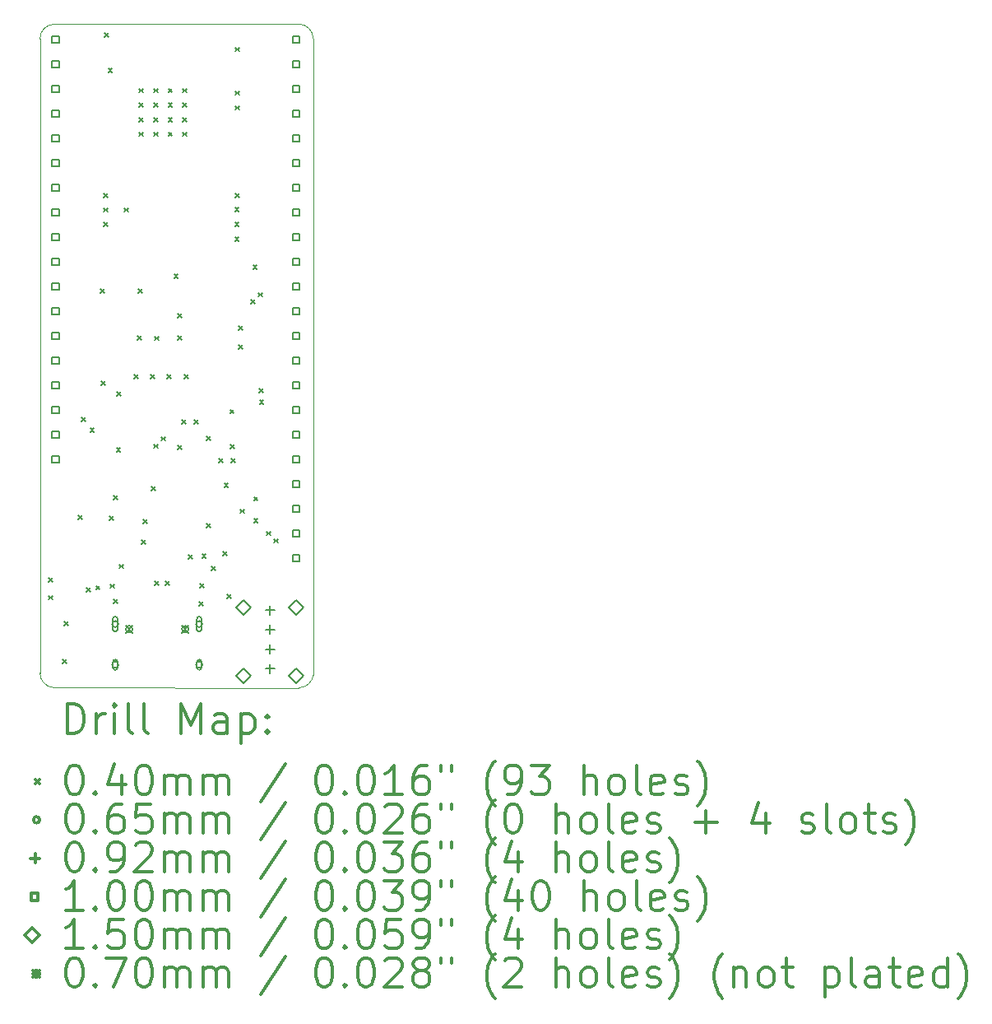
<source format=gbr>
%FSLAX45Y45*%
G04 Gerber Fmt 4.5, Leading zero omitted, Abs format (unit mm)*
G04 Created by KiCad (PCBNEW 5.1.5+dfsg1-2build2) date 2021-10-10 13:02:02*
%MOMM*%
%LPD*%
G04 APERTURE LIST*
%TA.AperFunction,Profile*%
%ADD10C,0.050000*%
%TD*%
%ADD11C,0.200000*%
%ADD12C,0.300000*%
G04 APERTURE END LIST*
D10*
X16582000Y-5792000D02*
X16582104Y-12315978D01*
X16715000Y-12465000D02*
X19246978Y-12467896D01*
X16715000Y-12465000D02*
G75*
G02X16582104Y-12315978I17104J149022D01*
G01*
X19396000Y-5792000D02*
X19396000Y-12335000D01*
X16732000Y-5642000D02*
X19245856Y-5641898D01*
X19396000Y-12335000D02*
G75*
G02X19246978Y-12467896I-149022J17104D01*
G01*
X16582000Y-5792000D02*
G75*
G02X16732000Y-5642000I150000J0D01*
G01*
X19245856Y-5641898D02*
G75*
G02X19396000Y-5792000I0J-150144D01*
G01*
D11*
X16670000Y-11340000D02*
X16710000Y-11380000D01*
X16710000Y-11340000D02*
X16670000Y-11380000D01*
X16670000Y-11520000D02*
X16710000Y-11560000D01*
X16710000Y-11520000D02*
X16670000Y-11560000D01*
X16815000Y-12179000D02*
X16855000Y-12219000D01*
X16855000Y-12179000D02*
X16815000Y-12219000D01*
X16835000Y-11789000D02*
X16875000Y-11829000D01*
X16875000Y-11789000D02*
X16835000Y-11829000D01*
X16976834Y-10695052D02*
X17016834Y-10735052D01*
X17016834Y-10695052D02*
X16976834Y-10735052D01*
X17010000Y-9690000D02*
X17050000Y-9730000D01*
X17050000Y-9690000D02*
X17010000Y-9730000D01*
X17060000Y-11440000D02*
X17100000Y-11480000D01*
X17100000Y-11440000D02*
X17060000Y-11480000D01*
X17100000Y-9800000D02*
X17140000Y-9840000D01*
X17140000Y-9800000D02*
X17100000Y-9840000D01*
X17160000Y-11420000D02*
X17200000Y-11460000D01*
X17200000Y-11420000D02*
X17160000Y-11460000D01*
X17208080Y-8365420D02*
X17248080Y-8405420D01*
X17248080Y-8365420D02*
X17208080Y-8405420D01*
X17215700Y-9317920D02*
X17255700Y-9357920D01*
X17255700Y-9317920D02*
X17215700Y-9357920D01*
X17237798Y-7683938D02*
X17277798Y-7723938D01*
X17277798Y-7683938D02*
X17237798Y-7723938D01*
X17238814Y-7532808D02*
X17278814Y-7572808D01*
X17278814Y-7532808D02*
X17238814Y-7572808D01*
X17239322Y-7386250D02*
X17279322Y-7426250D01*
X17279322Y-7386250D02*
X17239322Y-7426250D01*
X17244910Y-5735250D02*
X17284910Y-5775250D01*
X17284910Y-5735250D02*
X17244910Y-5775250D01*
X17285000Y-6100000D02*
X17325000Y-6140000D01*
X17325000Y-6100000D02*
X17285000Y-6140000D01*
X17296834Y-10705052D02*
X17336834Y-10745052D01*
X17336834Y-10705052D02*
X17296834Y-10745052D01*
X17307500Y-11402500D02*
X17347500Y-11442500D01*
X17347500Y-11402500D02*
X17307500Y-11442500D01*
X17340000Y-10490000D02*
X17380000Y-10530000D01*
X17380000Y-10490000D02*
X17340000Y-10530000D01*
X17342932Y-11559352D02*
X17382932Y-11599352D01*
X17382932Y-11559352D02*
X17342932Y-11599352D01*
X17370000Y-10000000D02*
X17410000Y-10040000D01*
X17410000Y-10000000D02*
X17370000Y-10040000D01*
X17376345Y-9423381D02*
X17416345Y-9463381D01*
X17416345Y-9423381D02*
X17376345Y-9463381D01*
X17400000Y-11200000D02*
X17440000Y-11240000D01*
X17440000Y-11200000D02*
X17400000Y-11240000D01*
X17450039Y-7532554D02*
X17490039Y-7572554D01*
X17490039Y-7532554D02*
X17450039Y-7572554D01*
X17550000Y-9250000D02*
X17590000Y-9290000D01*
X17590000Y-9250000D02*
X17550000Y-9290000D01*
X17589334Y-8850052D02*
X17629334Y-8890052D01*
X17629334Y-8850052D02*
X17589334Y-8890052D01*
X17594160Y-8365420D02*
X17634160Y-8405420D01*
X17634160Y-8365420D02*
X17594160Y-8405420D01*
X17603470Y-6304630D02*
X17643470Y-6344630D01*
X17643470Y-6304630D02*
X17603470Y-6344630D01*
X17603470Y-6454630D02*
X17643470Y-6494630D01*
X17643470Y-6454630D02*
X17603470Y-6494630D01*
X17603470Y-6604630D02*
X17643470Y-6644630D01*
X17643470Y-6604630D02*
X17603470Y-6644630D01*
X17603470Y-6754630D02*
X17643470Y-6794630D01*
X17643470Y-6754630D02*
X17603470Y-6794630D01*
X17630000Y-10950000D02*
X17670000Y-10990000D01*
X17670000Y-10950000D02*
X17630000Y-10990000D01*
X17644938Y-10736138D02*
X17684938Y-10776138D01*
X17684938Y-10736138D02*
X17644938Y-10776138D01*
X17720000Y-9250000D02*
X17760000Y-9290000D01*
X17760000Y-9250000D02*
X17720000Y-9290000D01*
X17730000Y-10400000D02*
X17770000Y-10440000D01*
X17770000Y-10400000D02*
X17730000Y-10440000D01*
X17753470Y-6304630D02*
X17793470Y-6344630D01*
X17793470Y-6304630D02*
X17753470Y-6344630D01*
X17753470Y-6454630D02*
X17793470Y-6494630D01*
X17793470Y-6454630D02*
X17753470Y-6494630D01*
X17753470Y-6604630D02*
X17793470Y-6644630D01*
X17793470Y-6604630D02*
X17753470Y-6644630D01*
X17753470Y-6754630D02*
X17793470Y-6794630D01*
X17793470Y-6754630D02*
X17753470Y-6794630D01*
X17756405Y-9961913D02*
X17796405Y-10001913D01*
X17796405Y-9961913D02*
X17756405Y-10001913D01*
X17761800Y-8854370D02*
X17801800Y-8894370D01*
X17801800Y-8854370D02*
X17761800Y-8894370D01*
X17766898Y-11372572D02*
X17806898Y-11412572D01*
X17806898Y-11372572D02*
X17766898Y-11412572D01*
X17830651Y-9887667D02*
X17870651Y-9927667D01*
X17870651Y-9887667D02*
X17830651Y-9927667D01*
X17871898Y-11372572D02*
X17911898Y-11412572D01*
X17911898Y-11372572D02*
X17871898Y-11412572D01*
X17890000Y-9250000D02*
X17930000Y-9290000D01*
X17930000Y-9250000D02*
X17890000Y-9290000D01*
X17903470Y-6304630D02*
X17943470Y-6344630D01*
X17943470Y-6304630D02*
X17903470Y-6344630D01*
X17903470Y-6454630D02*
X17943470Y-6494630D01*
X17943470Y-6454630D02*
X17903470Y-6494630D01*
X17903470Y-6604630D02*
X17943470Y-6644630D01*
X17943470Y-6604630D02*
X17903470Y-6644630D01*
X17903470Y-6754630D02*
X17943470Y-6794630D01*
X17943470Y-6754630D02*
X17903470Y-6794630D01*
X17962968Y-8215052D02*
X18002968Y-8255052D01*
X18002968Y-8215052D02*
X17962968Y-8255052D01*
X17999250Y-8619290D02*
X18039250Y-8659290D01*
X18039250Y-8619290D02*
X17999250Y-8659290D01*
X17999250Y-8849290D02*
X18039250Y-8889290D01*
X18039250Y-8849290D02*
X17999250Y-8889290D01*
X18004348Y-9975154D02*
X18044348Y-10015154D01*
X18044348Y-9975154D02*
X18004348Y-10015154D01*
X18045500Y-9710000D02*
X18085500Y-9750000D01*
X18085500Y-9710000D02*
X18045500Y-9750000D01*
X18053470Y-6304630D02*
X18093470Y-6344630D01*
X18093470Y-6304630D02*
X18053470Y-6344630D01*
X18053470Y-6454630D02*
X18093470Y-6494630D01*
X18093470Y-6454630D02*
X18053470Y-6494630D01*
X18053470Y-6604630D02*
X18093470Y-6644630D01*
X18093470Y-6604630D02*
X18053470Y-6644630D01*
X18053470Y-6754630D02*
X18093470Y-6794630D01*
X18093470Y-6754630D02*
X18053470Y-6794630D01*
X18070000Y-9250000D02*
X18110000Y-9290000D01*
X18110000Y-9250000D02*
X18070000Y-9290000D01*
X18110000Y-11100000D02*
X18150000Y-11140000D01*
X18150000Y-11100000D02*
X18110000Y-11140000D01*
X18172500Y-9710000D02*
X18212500Y-9750000D01*
X18212500Y-9710000D02*
X18172500Y-9750000D01*
X18224312Y-11586022D02*
X18264312Y-11626022D01*
X18264312Y-11586022D02*
X18224312Y-11626022D01*
X18230000Y-11400000D02*
X18270000Y-11440000D01*
X18270000Y-11400000D02*
X18230000Y-11440000D01*
X18250000Y-11090000D02*
X18290000Y-11130000D01*
X18290000Y-11090000D02*
X18250000Y-11130000D01*
X18295910Y-10780080D02*
X18335910Y-10820080D01*
X18335910Y-10780080D02*
X18295910Y-10820080D01*
X18300000Y-9880000D02*
X18340000Y-9920000D01*
X18340000Y-9880000D02*
X18300000Y-9920000D01*
X18347502Y-11221024D02*
X18387502Y-11261024D01*
X18387502Y-11221024D02*
X18347502Y-11261024D01*
X18423956Y-10111044D02*
X18463956Y-10151044D01*
X18463956Y-10111044D02*
X18423956Y-10151044D01*
X18470000Y-11070000D02*
X18510000Y-11110000D01*
X18510000Y-11070000D02*
X18470000Y-11110000D01*
X18478820Y-10363520D02*
X18518820Y-10403520D01*
X18518820Y-10363520D02*
X18478820Y-10403520D01*
X18509554Y-11505250D02*
X18549554Y-11545250D01*
X18549554Y-11505250D02*
X18509554Y-11545250D01*
X18539780Y-9606600D02*
X18579780Y-9646600D01*
X18579780Y-9606600D02*
X18539780Y-9646600D01*
X18543500Y-9970000D02*
X18583500Y-10010000D01*
X18583500Y-9970000D02*
X18543500Y-10010000D01*
X18552500Y-10110000D02*
X18592500Y-10150000D01*
X18592500Y-10110000D02*
X18552500Y-10150000D01*
X18590348Y-7528744D02*
X18630348Y-7568744D01*
X18630348Y-7528744D02*
X18590348Y-7568744D01*
X18590348Y-7832528D02*
X18630348Y-7872528D01*
X18630348Y-7832528D02*
X18590348Y-7872528D01*
X18590602Y-7682922D02*
X18630602Y-7722922D01*
X18630602Y-7682922D02*
X18590602Y-7722922D01*
X18592126Y-5882062D02*
X18632126Y-5922062D01*
X18632126Y-5882062D02*
X18592126Y-5922062D01*
X18593396Y-7383710D02*
X18633396Y-7423710D01*
X18633396Y-7383710D02*
X18593396Y-7423710D01*
X18595428Y-6482010D02*
X18635428Y-6522010D01*
X18635428Y-6482010D02*
X18595428Y-6522010D01*
X18596444Y-6331134D02*
X18636444Y-6371134D01*
X18636444Y-6331134D02*
X18596444Y-6371134D01*
X18630480Y-8749976D02*
X18670480Y-8789976D01*
X18670480Y-8749976D02*
X18630480Y-8789976D01*
X18630480Y-8944032D02*
X18670480Y-8984032D01*
X18670480Y-8944032D02*
X18630480Y-8984032D01*
X18643920Y-10632760D02*
X18683920Y-10672760D01*
X18683920Y-10632760D02*
X18643920Y-10672760D01*
X18755641Y-8478625D02*
X18795641Y-8518625D01*
X18795641Y-8478625D02*
X18755641Y-8518625D01*
X18775260Y-8122596D02*
X18815260Y-8162596D01*
X18815260Y-8122596D02*
X18775260Y-8162596D01*
X18783620Y-10505760D02*
X18823620Y-10545760D01*
X18823620Y-10505760D02*
X18783620Y-10545760D01*
X18783920Y-10731820D02*
X18823920Y-10771820D01*
X18823920Y-10731820D02*
X18783920Y-10771820D01*
X18829887Y-8404379D02*
X18869887Y-8444379D01*
X18869887Y-8404379D02*
X18829887Y-8444379D01*
X18836960Y-9393240D02*
X18876960Y-9433240D01*
X18876960Y-9393240D02*
X18836960Y-9433240D01*
X18844580Y-9510080D02*
X18884580Y-9550080D01*
X18884580Y-9510080D02*
X18844580Y-9550080D01*
X18918455Y-10861321D02*
X18958455Y-10901321D01*
X18958455Y-10861321D02*
X18918455Y-10901321D01*
X18992701Y-10935567D02*
X19032701Y-10975567D01*
X19032701Y-10935567D02*
X18992701Y-10975567D01*
X17389898Y-11812862D02*
G75*
G03X17389898Y-11812862I-32500J0D01*
G01*
X17334898Y-11757862D02*
X17334898Y-11867862D01*
X17379898Y-11757862D02*
X17379898Y-11867862D01*
X17334898Y-11867862D02*
G75*
G03X17379898Y-11867862I22500J0D01*
G01*
X17379898Y-11757862D02*
G75*
G03X17334898Y-11757862I-22500J0D01*
G01*
X17389898Y-12230862D02*
G75*
G03X17389898Y-12230862I-32500J0D01*
G01*
X17334898Y-12200862D02*
X17334898Y-12260862D01*
X17379898Y-12200862D02*
X17379898Y-12260862D01*
X17334898Y-12260862D02*
G75*
G03X17379898Y-12260862I22500J0D01*
G01*
X17379898Y-12200862D02*
G75*
G03X17334898Y-12200862I-22500J0D01*
G01*
X18253898Y-11812862D02*
G75*
G03X18253898Y-11812862I-32500J0D01*
G01*
X18198898Y-11757862D02*
X18198898Y-11867862D01*
X18243898Y-11757862D02*
X18243898Y-11867862D01*
X18198898Y-11867862D02*
G75*
G03X18243898Y-11867862I22500J0D01*
G01*
X18243898Y-11757862D02*
G75*
G03X18198898Y-11757862I-22500J0D01*
G01*
X18253898Y-12230862D02*
G75*
G03X18253898Y-12230862I-32500J0D01*
G01*
X18198898Y-12200862D02*
X18198898Y-12260862D01*
X18243898Y-12200862D02*
X18243898Y-12260862D01*
X18198898Y-12260862D02*
G75*
G03X18243898Y-12260862I22500J0D01*
G01*
X18243898Y-12200862D02*
G75*
G03X18198898Y-12200862I-22500J0D01*
G01*
X18950000Y-11624000D02*
X18950000Y-11716000D01*
X18904000Y-11670000D02*
X18996000Y-11670000D01*
X18950000Y-11824000D02*
X18950000Y-11916000D01*
X18904000Y-11870000D02*
X18996000Y-11870000D01*
X18950000Y-12024000D02*
X18950000Y-12116000D01*
X18904000Y-12070000D02*
X18996000Y-12070000D01*
X18950000Y-12224000D02*
X18950000Y-12316000D01*
X18904000Y-12270000D02*
X18996000Y-12270000D01*
X16778356Y-5836856D02*
X16778356Y-5766144D01*
X16707644Y-5766144D01*
X16707644Y-5836856D01*
X16778356Y-5836856D01*
X16778356Y-6090856D02*
X16778356Y-6020144D01*
X16707644Y-6020144D01*
X16707644Y-6090856D01*
X16778356Y-6090856D01*
X16778356Y-6344856D02*
X16778356Y-6274144D01*
X16707644Y-6274144D01*
X16707644Y-6344856D01*
X16778356Y-6344856D01*
X16778356Y-6598856D02*
X16778356Y-6528144D01*
X16707644Y-6528144D01*
X16707644Y-6598856D01*
X16778356Y-6598856D01*
X16778356Y-6852856D02*
X16778356Y-6782144D01*
X16707644Y-6782144D01*
X16707644Y-6852856D01*
X16778356Y-6852856D01*
X16778356Y-7106856D02*
X16778356Y-7036144D01*
X16707644Y-7036144D01*
X16707644Y-7106856D01*
X16778356Y-7106856D01*
X16778356Y-7360856D02*
X16778356Y-7290144D01*
X16707644Y-7290144D01*
X16707644Y-7360856D01*
X16778356Y-7360856D01*
X16778356Y-7614856D02*
X16778356Y-7544144D01*
X16707644Y-7544144D01*
X16707644Y-7614856D01*
X16778356Y-7614856D01*
X16778356Y-7868856D02*
X16778356Y-7798144D01*
X16707644Y-7798144D01*
X16707644Y-7868856D01*
X16778356Y-7868856D01*
X16778356Y-8122856D02*
X16778356Y-8052144D01*
X16707644Y-8052144D01*
X16707644Y-8122856D01*
X16778356Y-8122856D01*
X16778356Y-8376856D02*
X16778356Y-8306144D01*
X16707644Y-8306144D01*
X16707644Y-8376856D01*
X16778356Y-8376856D01*
X16778356Y-8630856D02*
X16778356Y-8560144D01*
X16707644Y-8560144D01*
X16707644Y-8630856D01*
X16778356Y-8630856D01*
X16778356Y-8884856D02*
X16778356Y-8814144D01*
X16707644Y-8814144D01*
X16707644Y-8884856D01*
X16778356Y-8884856D01*
X16778356Y-9138856D02*
X16778356Y-9068144D01*
X16707644Y-9068144D01*
X16707644Y-9138856D01*
X16778356Y-9138856D01*
X16778356Y-9392856D02*
X16778356Y-9322144D01*
X16707644Y-9322144D01*
X16707644Y-9392856D01*
X16778356Y-9392856D01*
X16778356Y-9646856D02*
X16778356Y-9576144D01*
X16707644Y-9576144D01*
X16707644Y-9646856D01*
X16778356Y-9646856D01*
X16778356Y-9900856D02*
X16778356Y-9830144D01*
X16707644Y-9830144D01*
X16707644Y-9900856D01*
X16778356Y-9900856D01*
X16778356Y-10154856D02*
X16778356Y-10084144D01*
X16707644Y-10084144D01*
X16707644Y-10154856D01*
X16778356Y-10154856D01*
X19257356Y-5836856D02*
X19257356Y-5766144D01*
X19186644Y-5766144D01*
X19186644Y-5836856D01*
X19257356Y-5836856D01*
X19257356Y-6090856D02*
X19257356Y-6020144D01*
X19186644Y-6020144D01*
X19186644Y-6090856D01*
X19257356Y-6090856D01*
X19257356Y-6344856D02*
X19257356Y-6274144D01*
X19186644Y-6274144D01*
X19186644Y-6344856D01*
X19257356Y-6344856D01*
X19257356Y-6598856D02*
X19257356Y-6528144D01*
X19186644Y-6528144D01*
X19186644Y-6598856D01*
X19257356Y-6598856D01*
X19257356Y-6852856D02*
X19257356Y-6782144D01*
X19186644Y-6782144D01*
X19186644Y-6852856D01*
X19257356Y-6852856D01*
X19257356Y-7106856D02*
X19257356Y-7036144D01*
X19186644Y-7036144D01*
X19186644Y-7106856D01*
X19257356Y-7106856D01*
X19257356Y-7360856D02*
X19257356Y-7290144D01*
X19186644Y-7290144D01*
X19186644Y-7360856D01*
X19257356Y-7360856D01*
X19257356Y-7614856D02*
X19257356Y-7544144D01*
X19186644Y-7544144D01*
X19186644Y-7614856D01*
X19257356Y-7614856D01*
X19257356Y-7868856D02*
X19257356Y-7798144D01*
X19186644Y-7798144D01*
X19186644Y-7868856D01*
X19257356Y-7868856D01*
X19257356Y-8122856D02*
X19257356Y-8052144D01*
X19186644Y-8052144D01*
X19186644Y-8122856D01*
X19257356Y-8122856D01*
X19257356Y-8376856D02*
X19257356Y-8306144D01*
X19186644Y-8306144D01*
X19186644Y-8376856D01*
X19257356Y-8376856D01*
X19257356Y-8630856D02*
X19257356Y-8560144D01*
X19186644Y-8560144D01*
X19186644Y-8630856D01*
X19257356Y-8630856D01*
X19257356Y-8884856D02*
X19257356Y-8814144D01*
X19186644Y-8814144D01*
X19186644Y-8884856D01*
X19257356Y-8884856D01*
X19257356Y-9138856D02*
X19257356Y-9068144D01*
X19186644Y-9068144D01*
X19186644Y-9138856D01*
X19257356Y-9138856D01*
X19257356Y-9392856D02*
X19257356Y-9322144D01*
X19186644Y-9322144D01*
X19186644Y-9392856D01*
X19257356Y-9392856D01*
X19257356Y-9646856D02*
X19257356Y-9576144D01*
X19186644Y-9576144D01*
X19186644Y-9646856D01*
X19257356Y-9646856D01*
X19257356Y-9900856D02*
X19257356Y-9830144D01*
X19186644Y-9830144D01*
X19186644Y-9900856D01*
X19257356Y-9900856D01*
X19257356Y-10154856D02*
X19257356Y-10084144D01*
X19186644Y-10084144D01*
X19186644Y-10154856D01*
X19257356Y-10154856D01*
X19257356Y-10408856D02*
X19257356Y-10338144D01*
X19186644Y-10338144D01*
X19186644Y-10408856D01*
X19257356Y-10408856D01*
X19257356Y-10662856D02*
X19257356Y-10592144D01*
X19186644Y-10592144D01*
X19186644Y-10662856D01*
X19257356Y-10662856D01*
X19257356Y-10916856D02*
X19257356Y-10846144D01*
X19186644Y-10846144D01*
X19186644Y-10916856D01*
X19257356Y-10916856D01*
X19257356Y-11170856D02*
X19257356Y-11100144D01*
X19186644Y-11100144D01*
X19186644Y-11170856D01*
X19257356Y-11170856D01*
X18678000Y-11718000D02*
X18753000Y-11643000D01*
X18678000Y-11568000D01*
X18603000Y-11643000D01*
X18678000Y-11718000D01*
X18678000Y-12418000D02*
X18753000Y-12343000D01*
X18678000Y-12268000D01*
X18603000Y-12343000D01*
X18678000Y-12418000D01*
X19222000Y-11718000D02*
X19297000Y-11643000D01*
X19222000Y-11568000D01*
X19147000Y-11643000D01*
X19222000Y-11718000D01*
X19222000Y-12418000D02*
X19297000Y-12343000D01*
X19222000Y-12268000D01*
X19147000Y-12343000D01*
X19222000Y-12418000D01*
X17465398Y-11830862D02*
X17535398Y-11900862D01*
X17535398Y-11830862D02*
X17465398Y-11900862D01*
X17535398Y-11865862D02*
G75*
G03X17535398Y-11865862I-35000J0D01*
G01*
X18043398Y-11830862D02*
X18113398Y-11900862D01*
X18113398Y-11830862D02*
X18043398Y-11900862D01*
X18113398Y-11865862D02*
G75*
G03X18113398Y-11865862I-35000J0D01*
G01*
D12*
X16865928Y-12936110D02*
X16865928Y-12636110D01*
X16937357Y-12636110D01*
X16980214Y-12650396D01*
X17008786Y-12678967D01*
X17023071Y-12707539D01*
X17037357Y-12764681D01*
X17037357Y-12807539D01*
X17023071Y-12864681D01*
X17008786Y-12893253D01*
X16980214Y-12921824D01*
X16937357Y-12936110D01*
X16865928Y-12936110D01*
X17165928Y-12936110D02*
X17165928Y-12736110D01*
X17165928Y-12793253D02*
X17180214Y-12764681D01*
X17194500Y-12750396D01*
X17223071Y-12736110D01*
X17251643Y-12736110D01*
X17351643Y-12936110D02*
X17351643Y-12736110D01*
X17351643Y-12636110D02*
X17337357Y-12650396D01*
X17351643Y-12664681D01*
X17365928Y-12650396D01*
X17351643Y-12636110D01*
X17351643Y-12664681D01*
X17537357Y-12936110D02*
X17508786Y-12921824D01*
X17494500Y-12893253D01*
X17494500Y-12636110D01*
X17694500Y-12936110D02*
X17665928Y-12921824D01*
X17651643Y-12893253D01*
X17651643Y-12636110D01*
X18037357Y-12936110D02*
X18037357Y-12636110D01*
X18137357Y-12850396D01*
X18237357Y-12636110D01*
X18237357Y-12936110D01*
X18508786Y-12936110D02*
X18508786Y-12778967D01*
X18494500Y-12750396D01*
X18465928Y-12736110D01*
X18408786Y-12736110D01*
X18380214Y-12750396D01*
X18508786Y-12921824D02*
X18480214Y-12936110D01*
X18408786Y-12936110D01*
X18380214Y-12921824D01*
X18365928Y-12893253D01*
X18365928Y-12864681D01*
X18380214Y-12836110D01*
X18408786Y-12821824D01*
X18480214Y-12821824D01*
X18508786Y-12807539D01*
X18651643Y-12736110D02*
X18651643Y-13036110D01*
X18651643Y-12750396D02*
X18680214Y-12736110D01*
X18737357Y-12736110D01*
X18765928Y-12750396D01*
X18780214Y-12764681D01*
X18794500Y-12793253D01*
X18794500Y-12878967D01*
X18780214Y-12907539D01*
X18765928Y-12921824D01*
X18737357Y-12936110D01*
X18680214Y-12936110D01*
X18651643Y-12921824D01*
X18923071Y-12907539D02*
X18937357Y-12921824D01*
X18923071Y-12936110D01*
X18908786Y-12921824D01*
X18923071Y-12907539D01*
X18923071Y-12936110D01*
X18923071Y-12750396D02*
X18937357Y-12764681D01*
X18923071Y-12778967D01*
X18908786Y-12764681D01*
X18923071Y-12750396D01*
X18923071Y-12778967D01*
X16539500Y-13410396D02*
X16579500Y-13450396D01*
X16579500Y-13410396D02*
X16539500Y-13450396D01*
X16923071Y-13266110D02*
X16951643Y-13266110D01*
X16980214Y-13280396D01*
X16994500Y-13294681D01*
X17008786Y-13323253D01*
X17023071Y-13380396D01*
X17023071Y-13451824D01*
X17008786Y-13508967D01*
X16994500Y-13537539D01*
X16980214Y-13551824D01*
X16951643Y-13566110D01*
X16923071Y-13566110D01*
X16894500Y-13551824D01*
X16880214Y-13537539D01*
X16865928Y-13508967D01*
X16851643Y-13451824D01*
X16851643Y-13380396D01*
X16865928Y-13323253D01*
X16880214Y-13294681D01*
X16894500Y-13280396D01*
X16923071Y-13266110D01*
X17151643Y-13537539D02*
X17165928Y-13551824D01*
X17151643Y-13566110D01*
X17137357Y-13551824D01*
X17151643Y-13537539D01*
X17151643Y-13566110D01*
X17423071Y-13366110D02*
X17423071Y-13566110D01*
X17351643Y-13251824D02*
X17280214Y-13466110D01*
X17465928Y-13466110D01*
X17637357Y-13266110D02*
X17665928Y-13266110D01*
X17694500Y-13280396D01*
X17708786Y-13294681D01*
X17723071Y-13323253D01*
X17737357Y-13380396D01*
X17737357Y-13451824D01*
X17723071Y-13508967D01*
X17708786Y-13537539D01*
X17694500Y-13551824D01*
X17665928Y-13566110D01*
X17637357Y-13566110D01*
X17608786Y-13551824D01*
X17594500Y-13537539D01*
X17580214Y-13508967D01*
X17565928Y-13451824D01*
X17565928Y-13380396D01*
X17580214Y-13323253D01*
X17594500Y-13294681D01*
X17608786Y-13280396D01*
X17637357Y-13266110D01*
X17865928Y-13566110D02*
X17865928Y-13366110D01*
X17865928Y-13394681D02*
X17880214Y-13380396D01*
X17908786Y-13366110D01*
X17951643Y-13366110D01*
X17980214Y-13380396D01*
X17994500Y-13408967D01*
X17994500Y-13566110D01*
X17994500Y-13408967D02*
X18008786Y-13380396D01*
X18037357Y-13366110D01*
X18080214Y-13366110D01*
X18108786Y-13380396D01*
X18123071Y-13408967D01*
X18123071Y-13566110D01*
X18265928Y-13566110D02*
X18265928Y-13366110D01*
X18265928Y-13394681D02*
X18280214Y-13380396D01*
X18308786Y-13366110D01*
X18351643Y-13366110D01*
X18380214Y-13380396D01*
X18394500Y-13408967D01*
X18394500Y-13566110D01*
X18394500Y-13408967D02*
X18408786Y-13380396D01*
X18437357Y-13366110D01*
X18480214Y-13366110D01*
X18508786Y-13380396D01*
X18523071Y-13408967D01*
X18523071Y-13566110D01*
X19108786Y-13251824D02*
X18851643Y-13637539D01*
X19494500Y-13266110D02*
X19523071Y-13266110D01*
X19551643Y-13280396D01*
X19565928Y-13294681D01*
X19580214Y-13323253D01*
X19594500Y-13380396D01*
X19594500Y-13451824D01*
X19580214Y-13508967D01*
X19565928Y-13537539D01*
X19551643Y-13551824D01*
X19523071Y-13566110D01*
X19494500Y-13566110D01*
X19465928Y-13551824D01*
X19451643Y-13537539D01*
X19437357Y-13508967D01*
X19423071Y-13451824D01*
X19423071Y-13380396D01*
X19437357Y-13323253D01*
X19451643Y-13294681D01*
X19465928Y-13280396D01*
X19494500Y-13266110D01*
X19723071Y-13537539D02*
X19737357Y-13551824D01*
X19723071Y-13566110D01*
X19708786Y-13551824D01*
X19723071Y-13537539D01*
X19723071Y-13566110D01*
X19923071Y-13266110D02*
X19951643Y-13266110D01*
X19980214Y-13280396D01*
X19994500Y-13294681D01*
X20008786Y-13323253D01*
X20023071Y-13380396D01*
X20023071Y-13451824D01*
X20008786Y-13508967D01*
X19994500Y-13537539D01*
X19980214Y-13551824D01*
X19951643Y-13566110D01*
X19923071Y-13566110D01*
X19894500Y-13551824D01*
X19880214Y-13537539D01*
X19865928Y-13508967D01*
X19851643Y-13451824D01*
X19851643Y-13380396D01*
X19865928Y-13323253D01*
X19880214Y-13294681D01*
X19894500Y-13280396D01*
X19923071Y-13266110D01*
X20308786Y-13566110D02*
X20137357Y-13566110D01*
X20223071Y-13566110D02*
X20223071Y-13266110D01*
X20194500Y-13308967D01*
X20165928Y-13337539D01*
X20137357Y-13351824D01*
X20565928Y-13266110D02*
X20508786Y-13266110D01*
X20480214Y-13280396D01*
X20465928Y-13294681D01*
X20437357Y-13337539D01*
X20423071Y-13394681D01*
X20423071Y-13508967D01*
X20437357Y-13537539D01*
X20451643Y-13551824D01*
X20480214Y-13566110D01*
X20537357Y-13566110D01*
X20565928Y-13551824D01*
X20580214Y-13537539D01*
X20594500Y-13508967D01*
X20594500Y-13437539D01*
X20580214Y-13408967D01*
X20565928Y-13394681D01*
X20537357Y-13380396D01*
X20480214Y-13380396D01*
X20451643Y-13394681D01*
X20437357Y-13408967D01*
X20423071Y-13437539D01*
X20708786Y-13266110D02*
X20708786Y-13323253D01*
X20823071Y-13266110D02*
X20823071Y-13323253D01*
X21265928Y-13680396D02*
X21251643Y-13666110D01*
X21223071Y-13623253D01*
X21208786Y-13594681D01*
X21194500Y-13551824D01*
X21180214Y-13480396D01*
X21180214Y-13423253D01*
X21194500Y-13351824D01*
X21208786Y-13308967D01*
X21223071Y-13280396D01*
X21251643Y-13237539D01*
X21265928Y-13223253D01*
X21394500Y-13566110D02*
X21451643Y-13566110D01*
X21480214Y-13551824D01*
X21494500Y-13537539D01*
X21523071Y-13494681D01*
X21537357Y-13437539D01*
X21537357Y-13323253D01*
X21523071Y-13294681D01*
X21508786Y-13280396D01*
X21480214Y-13266110D01*
X21423071Y-13266110D01*
X21394500Y-13280396D01*
X21380214Y-13294681D01*
X21365928Y-13323253D01*
X21365928Y-13394681D01*
X21380214Y-13423253D01*
X21394500Y-13437539D01*
X21423071Y-13451824D01*
X21480214Y-13451824D01*
X21508786Y-13437539D01*
X21523071Y-13423253D01*
X21537357Y-13394681D01*
X21637357Y-13266110D02*
X21823071Y-13266110D01*
X21723071Y-13380396D01*
X21765928Y-13380396D01*
X21794500Y-13394681D01*
X21808786Y-13408967D01*
X21823071Y-13437539D01*
X21823071Y-13508967D01*
X21808786Y-13537539D01*
X21794500Y-13551824D01*
X21765928Y-13566110D01*
X21680214Y-13566110D01*
X21651643Y-13551824D01*
X21637357Y-13537539D01*
X22180214Y-13566110D02*
X22180214Y-13266110D01*
X22308786Y-13566110D02*
X22308786Y-13408967D01*
X22294500Y-13380396D01*
X22265928Y-13366110D01*
X22223071Y-13366110D01*
X22194500Y-13380396D01*
X22180214Y-13394681D01*
X22494500Y-13566110D02*
X22465928Y-13551824D01*
X22451643Y-13537539D01*
X22437357Y-13508967D01*
X22437357Y-13423253D01*
X22451643Y-13394681D01*
X22465928Y-13380396D01*
X22494500Y-13366110D01*
X22537357Y-13366110D01*
X22565928Y-13380396D01*
X22580214Y-13394681D01*
X22594500Y-13423253D01*
X22594500Y-13508967D01*
X22580214Y-13537539D01*
X22565928Y-13551824D01*
X22537357Y-13566110D01*
X22494500Y-13566110D01*
X22765928Y-13566110D02*
X22737357Y-13551824D01*
X22723071Y-13523253D01*
X22723071Y-13266110D01*
X22994500Y-13551824D02*
X22965928Y-13566110D01*
X22908786Y-13566110D01*
X22880214Y-13551824D01*
X22865928Y-13523253D01*
X22865928Y-13408967D01*
X22880214Y-13380396D01*
X22908786Y-13366110D01*
X22965928Y-13366110D01*
X22994500Y-13380396D01*
X23008786Y-13408967D01*
X23008786Y-13437539D01*
X22865928Y-13466110D01*
X23123071Y-13551824D02*
X23151643Y-13566110D01*
X23208786Y-13566110D01*
X23237357Y-13551824D01*
X23251643Y-13523253D01*
X23251643Y-13508967D01*
X23237357Y-13480396D01*
X23208786Y-13466110D01*
X23165928Y-13466110D01*
X23137357Y-13451824D01*
X23123071Y-13423253D01*
X23123071Y-13408967D01*
X23137357Y-13380396D01*
X23165928Y-13366110D01*
X23208786Y-13366110D01*
X23237357Y-13380396D01*
X23351643Y-13680396D02*
X23365928Y-13666110D01*
X23394500Y-13623253D01*
X23408786Y-13594681D01*
X23423071Y-13551824D01*
X23437357Y-13480396D01*
X23437357Y-13423253D01*
X23423071Y-13351824D01*
X23408786Y-13308967D01*
X23394500Y-13280396D01*
X23365928Y-13237539D01*
X23351643Y-13223253D01*
X16579500Y-13826396D02*
G75*
G03X16579500Y-13826396I-32500J0D01*
G01*
X16923071Y-13662110D02*
X16951643Y-13662110D01*
X16980214Y-13676396D01*
X16994500Y-13690681D01*
X17008786Y-13719253D01*
X17023071Y-13776396D01*
X17023071Y-13847824D01*
X17008786Y-13904967D01*
X16994500Y-13933539D01*
X16980214Y-13947824D01*
X16951643Y-13962110D01*
X16923071Y-13962110D01*
X16894500Y-13947824D01*
X16880214Y-13933539D01*
X16865928Y-13904967D01*
X16851643Y-13847824D01*
X16851643Y-13776396D01*
X16865928Y-13719253D01*
X16880214Y-13690681D01*
X16894500Y-13676396D01*
X16923071Y-13662110D01*
X17151643Y-13933539D02*
X17165928Y-13947824D01*
X17151643Y-13962110D01*
X17137357Y-13947824D01*
X17151643Y-13933539D01*
X17151643Y-13962110D01*
X17423071Y-13662110D02*
X17365928Y-13662110D01*
X17337357Y-13676396D01*
X17323071Y-13690681D01*
X17294500Y-13733539D01*
X17280214Y-13790681D01*
X17280214Y-13904967D01*
X17294500Y-13933539D01*
X17308786Y-13947824D01*
X17337357Y-13962110D01*
X17394500Y-13962110D01*
X17423071Y-13947824D01*
X17437357Y-13933539D01*
X17451643Y-13904967D01*
X17451643Y-13833539D01*
X17437357Y-13804967D01*
X17423071Y-13790681D01*
X17394500Y-13776396D01*
X17337357Y-13776396D01*
X17308786Y-13790681D01*
X17294500Y-13804967D01*
X17280214Y-13833539D01*
X17723071Y-13662110D02*
X17580214Y-13662110D01*
X17565928Y-13804967D01*
X17580214Y-13790681D01*
X17608786Y-13776396D01*
X17680214Y-13776396D01*
X17708786Y-13790681D01*
X17723071Y-13804967D01*
X17737357Y-13833539D01*
X17737357Y-13904967D01*
X17723071Y-13933539D01*
X17708786Y-13947824D01*
X17680214Y-13962110D01*
X17608786Y-13962110D01*
X17580214Y-13947824D01*
X17565928Y-13933539D01*
X17865928Y-13962110D02*
X17865928Y-13762110D01*
X17865928Y-13790681D02*
X17880214Y-13776396D01*
X17908786Y-13762110D01*
X17951643Y-13762110D01*
X17980214Y-13776396D01*
X17994500Y-13804967D01*
X17994500Y-13962110D01*
X17994500Y-13804967D02*
X18008786Y-13776396D01*
X18037357Y-13762110D01*
X18080214Y-13762110D01*
X18108786Y-13776396D01*
X18123071Y-13804967D01*
X18123071Y-13962110D01*
X18265928Y-13962110D02*
X18265928Y-13762110D01*
X18265928Y-13790681D02*
X18280214Y-13776396D01*
X18308786Y-13762110D01*
X18351643Y-13762110D01*
X18380214Y-13776396D01*
X18394500Y-13804967D01*
X18394500Y-13962110D01*
X18394500Y-13804967D02*
X18408786Y-13776396D01*
X18437357Y-13762110D01*
X18480214Y-13762110D01*
X18508786Y-13776396D01*
X18523071Y-13804967D01*
X18523071Y-13962110D01*
X19108786Y-13647824D02*
X18851643Y-14033539D01*
X19494500Y-13662110D02*
X19523071Y-13662110D01*
X19551643Y-13676396D01*
X19565928Y-13690681D01*
X19580214Y-13719253D01*
X19594500Y-13776396D01*
X19594500Y-13847824D01*
X19580214Y-13904967D01*
X19565928Y-13933539D01*
X19551643Y-13947824D01*
X19523071Y-13962110D01*
X19494500Y-13962110D01*
X19465928Y-13947824D01*
X19451643Y-13933539D01*
X19437357Y-13904967D01*
X19423071Y-13847824D01*
X19423071Y-13776396D01*
X19437357Y-13719253D01*
X19451643Y-13690681D01*
X19465928Y-13676396D01*
X19494500Y-13662110D01*
X19723071Y-13933539D02*
X19737357Y-13947824D01*
X19723071Y-13962110D01*
X19708786Y-13947824D01*
X19723071Y-13933539D01*
X19723071Y-13962110D01*
X19923071Y-13662110D02*
X19951643Y-13662110D01*
X19980214Y-13676396D01*
X19994500Y-13690681D01*
X20008786Y-13719253D01*
X20023071Y-13776396D01*
X20023071Y-13847824D01*
X20008786Y-13904967D01*
X19994500Y-13933539D01*
X19980214Y-13947824D01*
X19951643Y-13962110D01*
X19923071Y-13962110D01*
X19894500Y-13947824D01*
X19880214Y-13933539D01*
X19865928Y-13904967D01*
X19851643Y-13847824D01*
X19851643Y-13776396D01*
X19865928Y-13719253D01*
X19880214Y-13690681D01*
X19894500Y-13676396D01*
X19923071Y-13662110D01*
X20137357Y-13690681D02*
X20151643Y-13676396D01*
X20180214Y-13662110D01*
X20251643Y-13662110D01*
X20280214Y-13676396D01*
X20294500Y-13690681D01*
X20308786Y-13719253D01*
X20308786Y-13747824D01*
X20294500Y-13790681D01*
X20123071Y-13962110D01*
X20308786Y-13962110D01*
X20565928Y-13662110D02*
X20508786Y-13662110D01*
X20480214Y-13676396D01*
X20465928Y-13690681D01*
X20437357Y-13733539D01*
X20423071Y-13790681D01*
X20423071Y-13904967D01*
X20437357Y-13933539D01*
X20451643Y-13947824D01*
X20480214Y-13962110D01*
X20537357Y-13962110D01*
X20565928Y-13947824D01*
X20580214Y-13933539D01*
X20594500Y-13904967D01*
X20594500Y-13833539D01*
X20580214Y-13804967D01*
X20565928Y-13790681D01*
X20537357Y-13776396D01*
X20480214Y-13776396D01*
X20451643Y-13790681D01*
X20437357Y-13804967D01*
X20423071Y-13833539D01*
X20708786Y-13662110D02*
X20708786Y-13719253D01*
X20823071Y-13662110D02*
X20823071Y-13719253D01*
X21265928Y-14076396D02*
X21251643Y-14062110D01*
X21223071Y-14019253D01*
X21208786Y-13990681D01*
X21194500Y-13947824D01*
X21180214Y-13876396D01*
X21180214Y-13819253D01*
X21194500Y-13747824D01*
X21208786Y-13704967D01*
X21223071Y-13676396D01*
X21251643Y-13633539D01*
X21265928Y-13619253D01*
X21437357Y-13662110D02*
X21465928Y-13662110D01*
X21494500Y-13676396D01*
X21508786Y-13690681D01*
X21523071Y-13719253D01*
X21537357Y-13776396D01*
X21537357Y-13847824D01*
X21523071Y-13904967D01*
X21508786Y-13933539D01*
X21494500Y-13947824D01*
X21465928Y-13962110D01*
X21437357Y-13962110D01*
X21408786Y-13947824D01*
X21394500Y-13933539D01*
X21380214Y-13904967D01*
X21365928Y-13847824D01*
X21365928Y-13776396D01*
X21380214Y-13719253D01*
X21394500Y-13690681D01*
X21408786Y-13676396D01*
X21437357Y-13662110D01*
X21894500Y-13962110D02*
X21894500Y-13662110D01*
X22023071Y-13962110D02*
X22023071Y-13804967D01*
X22008786Y-13776396D01*
X21980214Y-13762110D01*
X21937357Y-13762110D01*
X21908786Y-13776396D01*
X21894500Y-13790681D01*
X22208786Y-13962110D02*
X22180214Y-13947824D01*
X22165928Y-13933539D01*
X22151643Y-13904967D01*
X22151643Y-13819253D01*
X22165928Y-13790681D01*
X22180214Y-13776396D01*
X22208786Y-13762110D01*
X22251643Y-13762110D01*
X22280214Y-13776396D01*
X22294500Y-13790681D01*
X22308786Y-13819253D01*
X22308786Y-13904967D01*
X22294500Y-13933539D01*
X22280214Y-13947824D01*
X22251643Y-13962110D01*
X22208786Y-13962110D01*
X22480214Y-13962110D02*
X22451643Y-13947824D01*
X22437357Y-13919253D01*
X22437357Y-13662110D01*
X22708786Y-13947824D02*
X22680214Y-13962110D01*
X22623071Y-13962110D01*
X22594500Y-13947824D01*
X22580214Y-13919253D01*
X22580214Y-13804967D01*
X22594500Y-13776396D01*
X22623071Y-13762110D01*
X22680214Y-13762110D01*
X22708786Y-13776396D01*
X22723071Y-13804967D01*
X22723071Y-13833539D01*
X22580214Y-13862110D01*
X22837357Y-13947824D02*
X22865928Y-13962110D01*
X22923071Y-13962110D01*
X22951643Y-13947824D01*
X22965928Y-13919253D01*
X22965928Y-13904967D01*
X22951643Y-13876396D01*
X22923071Y-13862110D01*
X22880214Y-13862110D01*
X22851643Y-13847824D01*
X22837357Y-13819253D01*
X22837357Y-13804967D01*
X22851643Y-13776396D01*
X22880214Y-13762110D01*
X22923071Y-13762110D01*
X22951643Y-13776396D01*
X23323071Y-13847824D02*
X23551643Y-13847824D01*
X23437357Y-13962110D02*
X23437357Y-13733539D01*
X24051643Y-13762110D02*
X24051643Y-13962110D01*
X23980214Y-13647824D02*
X23908786Y-13862110D01*
X24094500Y-13862110D01*
X24423071Y-13947824D02*
X24451643Y-13962110D01*
X24508786Y-13962110D01*
X24537357Y-13947824D01*
X24551643Y-13919253D01*
X24551643Y-13904967D01*
X24537357Y-13876396D01*
X24508786Y-13862110D01*
X24465928Y-13862110D01*
X24437357Y-13847824D01*
X24423071Y-13819253D01*
X24423071Y-13804967D01*
X24437357Y-13776396D01*
X24465928Y-13762110D01*
X24508786Y-13762110D01*
X24537357Y-13776396D01*
X24723071Y-13962110D02*
X24694500Y-13947824D01*
X24680214Y-13919253D01*
X24680214Y-13662110D01*
X24880214Y-13962110D02*
X24851643Y-13947824D01*
X24837357Y-13933539D01*
X24823071Y-13904967D01*
X24823071Y-13819253D01*
X24837357Y-13790681D01*
X24851643Y-13776396D01*
X24880214Y-13762110D01*
X24923071Y-13762110D01*
X24951643Y-13776396D01*
X24965928Y-13790681D01*
X24980214Y-13819253D01*
X24980214Y-13904967D01*
X24965928Y-13933539D01*
X24951643Y-13947824D01*
X24923071Y-13962110D01*
X24880214Y-13962110D01*
X25065928Y-13762110D02*
X25180214Y-13762110D01*
X25108786Y-13662110D02*
X25108786Y-13919253D01*
X25123071Y-13947824D01*
X25151643Y-13962110D01*
X25180214Y-13962110D01*
X25265928Y-13947824D02*
X25294500Y-13962110D01*
X25351643Y-13962110D01*
X25380214Y-13947824D01*
X25394500Y-13919253D01*
X25394500Y-13904967D01*
X25380214Y-13876396D01*
X25351643Y-13862110D01*
X25308786Y-13862110D01*
X25280214Y-13847824D01*
X25265928Y-13819253D01*
X25265928Y-13804967D01*
X25280214Y-13776396D01*
X25308786Y-13762110D01*
X25351643Y-13762110D01*
X25380214Y-13776396D01*
X25494500Y-14076396D02*
X25508786Y-14062110D01*
X25537357Y-14019253D01*
X25551643Y-13990681D01*
X25565928Y-13947824D01*
X25580214Y-13876396D01*
X25580214Y-13819253D01*
X25565928Y-13747824D01*
X25551643Y-13704967D01*
X25537357Y-13676396D01*
X25508786Y-13633539D01*
X25494500Y-13619253D01*
X16533500Y-14176396D02*
X16533500Y-14268396D01*
X16487500Y-14222396D02*
X16579500Y-14222396D01*
X16923071Y-14058110D02*
X16951643Y-14058110D01*
X16980214Y-14072396D01*
X16994500Y-14086681D01*
X17008786Y-14115253D01*
X17023071Y-14172396D01*
X17023071Y-14243824D01*
X17008786Y-14300967D01*
X16994500Y-14329539D01*
X16980214Y-14343824D01*
X16951643Y-14358110D01*
X16923071Y-14358110D01*
X16894500Y-14343824D01*
X16880214Y-14329539D01*
X16865928Y-14300967D01*
X16851643Y-14243824D01*
X16851643Y-14172396D01*
X16865928Y-14115253D01*
X16880214Y-14086681D01*
X16894500Y-14072396D01*
X16923071Y-14058110D01*
X17151643Y-14329539D02*
X17165928Y-14343824D01*
X17151643Y-14358110D01*
X17137357Y-14343824D01*
X17151643Y-14329539D01*
X17151643Y-14358110D01*
X17308786Y-14358110D02*
X17365928Y-14358110D01*
X17394500Y-14343824D01*
X17408786Y-14329539D01*
X17437357Y-14286681D01*
X17451643Y-14229539D01*
X17451643Y-14115253D01*
X17437357Y-14086681D01*
X17423071Y-14072396D01*
X17394500Y-14058110D01*
X17337357Y-14058110D01*
X17308786Y-14072396D01*
X17294500Y-14086681D01*
X17280214Y-14115253D01*
X17280214Y-14186681D01*
X17294500Y-14215253D01*
X17308786Y-14229539D01*
X17337357Y-14243824D01*
X17394500Y-14243824D01*
X17423071Y-14229539D01*
X17437357Y-14215253D01*
X17451643Y-14186681D01*
X17565928Y-14086681D02*
X17580214Y-14072396D01*
X17608786Y-14058110D01*
X17680214Y-14058110D01*
X17708786Y-14072396D01*
X17723071Y-14086681D01*
X17737357Y-14115253D01*
X17737357Y-14143824D01*
X17723071Y-14186681D01*
X17551643Y-14358110D01*
X17737357Y-14358110D01*
X17865928Y-14358110D02*
X17865928Y-14158110D01*
X17865928Y-14186681D02*
X17880214Y-14172396D01*
X17908786Y-14158110D01*
X17951643Y-14158110D01*
X17980214Y-14172396D01*
X17994500Y-14200967D01*
X17994500Y-14358110D01*
X17994500Y-14200967D02*
X18008786Y-14172396D01*
X18037357Y-14158110D01*
X18080214Y-14158110D01*
X18108786Y-14172396D01*
X18123071Y-14200967D01*
X18123071Y-14358110D01*
X18265928Y-14358110D02*
X18265928Y-14158110D01*
X18265928Y-14186681D02*
X18280214Y-14172396D01*
X18308786Y-14158110D01*
X18351643Y-14158110D01*
X18380214Y-14172396D01*
X18394500Y-14200967D01*
X18394500Y-14358110D01*
X18394500Y-14200967D02*
X18408786Y-14172396D01*
X18437357Y-14158110D01*
X18480214Y-14158110D01*
X18508786Y-14172396D01*
X18523071Y-14200967D01*
X18523071Y-14358110D01*
X19108786Y-14043824D02*
X18851643Y-14429539D01*
X19494500Y-14058110D02*
X19523071Y-14058110D01*
X19551643Y-14072396D01*
X19565928Y-14086681D01*
X19580214Y-14115253D01*
X19594500Y-14172396D01*
X19594500Y-14243824D01*
X19580214Y-14300967D01*
X19565928Y-14329539D01*
X19551643Y-14343824D01*
X19523071Y-14358110D01*
X19494500Y-14358110D01*
X19465928Y-14343824D01*
X19451643Y-14329539D01*
X19437357Y-14300967D01*
X19423071Y-14243824D01*
X19423071Y-14172396D01*
X19437357Y-14115253D01*
X19451643Y-14086681D01*
X19465928Y-14072396D01*
X19494500Y-14058110D01*
X19723071Y-14329539D02*
X19737357Y-14343824D01*
X19723071Y-14358110D01*
X19708786Y-14343824D01*
X19723071Y-14329539D01*
X19723071Y-14358110D01*
X19923071Y-14058110D02*
X19951643Y-14058110D01*
X19980214Y-14072396D01*
X19994500Y-14086681D01*
X20008786Y-14115253D01*
X20023071Y-14172396D01*
X20023071Y-14243824D01*
X20008786Y-14300967D01*
X19994500Y-14329539D01*
X19980214Y-14343824D01*
X19951643Y-14358110D01*
X19923071Y-14358110D01*
X19894500Y-14343824D01*
X19880214Y-14329539D01*
X19865928Y-14300967D01*
X19851643Y-14243824D01*
X19851643Y-14172396D01*
X19865928Y-14115253D01*
X19880214Y-14086681D01*
X19894500Y-14072396D01*
X19923071Y-14058110D01*
X20123071Y-14058110D02*
X20308786Y-14058110D01*
X20208786Y-14172396D01*
X20251643Y-14172396D01*
X20280214Y-14186681D01*
X20294500Y-14200967D01*
X20308786Y-14229539D01*
X20308786Y-14300967D01*
X20294500Y-14329539D01*
X20280214Y-14343824D01*
X20251643Y-14358110D01*
X20165928Y-14358110D01*
X20137357Y-14343824D01*
X20123071Y-14329539D01*
X20565928Y-14058110D02*
X20508786Y-14058110D01*
X20480214Y-14072396D01*
X20465928Y-14086681D01*
X20437357Y-14129539D01*
X20423071Y-14186681D01*
X20423071Y-14300967D01*
X20437357Y-14329539D01*
X20451643Y-14343824D01*
X20480214Y-14358110D01*
X20537357Y-14358110D01*
X20565928Y-14343824D01*
X20580214Y-14329539D01*
X20594500Y-14300967D01*
X20594500Y-14229539D01*
X20580214Y-14200967D01*
X20565928Y-14186681D01*
X20537357Y-14172396D01*
X20480214Y-14172396D01*
X20451643Y-14186681D01*
X20437357Y-14200967D01*
X20423071Y-14229539D01*
X20708786Y-14058110D02*
X20708786Y-14115253D01*
X20823071Y-14058110D02*
X20823071Y-14115253D01*
X21265928Y-14472396D02*
X21251643Y-14458110D01*
X21223071Y-14415253D01*
X21208786Y-14386681D01*
X21194500Y-14343824D01*
X21180214Y-14272396D01*
X21180214Y-14215253D01*
X21194500Y-14143824D01*
X21208786Y-14100967D01*
X21223071Y-14072396D01*
X21251643Y-14029539D01*
X21265928Y-14015253D01*
X21508786Y-14158110D02*
X21508786Y-14358110D01*
X21437357Y-14043824D02*
X21365928Y-14258110D01*
X21551643Y-14258110D01*
X21894500Y-14358110D02*
X21894500Y-14058110D01*
X22023071Y-14358110D02*
X22023071Y-14200967D01*
X22008786Y-14172396D01*
X21980214Y-14158110D01*
X21937357Y-14158110D01*
X21908786Y-14172396D01*
X21894500Y-14186681D01*
X22208786Y-14358110D02*
X22180214Y-14343824D01*
X22165928Y-14329539D01*
X22151643Y-14300967D01*
X22151643Y-14215253D01*
X22165928Y-14186681D01*
X22180214Y-14172396D01*
X22208786Y-14158110D01*
X22251643Y-14158110D01*
X22280214Y-14172396D01*
X22294500Y-14186681D01*
X22308786Y-14215253D01*
X22308786Y-14300967D01*
X22294500Y-14329539D01*
X22280214Y-14343824D01*
X22251643Y-14358110D01*
X22208786Y-14358110D01*
X22480214Y-14358110D02*
X22451643Y-14343824D01*
X22437357Y-14315253D01*
X22437357Y-14058110D01*
X22708786Y-14343824D02*
X22680214Y-14358110D01*
X22623071Y-14358110D01*
X22594500Y-14343824D01*
X22580214Y-14315253D01*
X22580214Y-14200967D01*
X22594500Y-14172396D01*
X22623071Y-14158110D01*
X22680214Y-14158110D01*
X22708786Y-14172396D01*
X22723071Y-14200967D01*
X22723071Y-14229539D01*
X22580214Y-14258110D01*
X22837357Y-14343824D02*
X22865928Y-14358110D01*
X22923071Y-14358110D01*
X22951643Y-14343824D01*
X22965928Y-14315253D01*
X22965928Y-14300967D01*
X22951643Y-14272396D01*
X22923071Y-14258110D01*
X22880214Y-14258110D01*
X22851643Y-14243824D01*
X22837357Y-14215253D01*
X22837357Y-14200967D01*
X22851643Y-14172396D01*
X22880214Y-14158110D01*
X22923071Y-14158110D01*
X22951643Y-14172396D01*
X23065928Y-14472396D02*
X23080214Y-14458110D01*
X23108786Y-14415253D01*
X23123071Y-14386681D01*
X23137357Y-14343824D01*
X23151643Y-14272396D01*
X23151643Y-14215253D01*
X23137357Y-14143824D01*
X23123071Y-14100967D01*
X23108786Y-14072396D01*
X23080214Y-14029539D01*
X23065928Y-14015253D01*
X16564856Y-14653751D02*
X16564856Y-14583040D01*
X16494144Y-14583040D01*
X16494144Y-14653751D01*
X16564856Y-14653751D01*
X17023071Y-14754110D02*
X16851643Y-14754110D01*
X16937357Y-14754110D02*
X16937357Y-14454110D01*
X16908786Y-14496967D01*
X16880214Y-14525539D01*
X16851643Y-14539824D01*
X17151643Y-14725539D02*
X17165928Y-14739824D01*
X17151643Y-14754110D01*
X17137357Y-14739824D01*
X17151643Y-14725539D01*
X17151643Y-14754110D01*
X17351643Y-14454110D02*
X17380214Y-14454110D01*
X17408786Y-14468396D01*
X17423071Y-14482681D01*
X17437357Y-14511253D01*
X17451643Y-14568396D01*
X17451643Y-14639824D01*
X17437357Y-14696967D01*
X17423071Y-14725539D01*
X17408786Y-14739824D01*
X17380214Y-14754110D01*
X17351643Y-14754110D01*
X17323071Y-14739824D01*
X17308786Y-14725539D01*
X17294500Y-14696967D01*
X17280214Y-14639824D01*
X17280214Y-14568396D01*
X17294500Y-14511253D01*
X17308786Y-14482681D01*
X17323071Y-14468396D01*
X17351643Y-14454110D01*
X17637357Y-14454110D02*
X17665928Y-14454110D01*
X17694500Y-14468396D01*
X17708786Y-14482681D01*
X17723071Y-14511253D01*
X17737357Y-14568396D01*
X17737357Y-14639824D01*
X17723071Y-14696967D01*
X17708786Y-14725539D01*
X17694500Y-14739824D01*
X17665928Y-14754110D01*
X17637357Y-14754110D01*
X17608786Y-14739824D01*
X17594500Y-14725539D01*
X17580214Y-14696967D01*
X17565928Y-14639824D01*
X17565928Y-14568396D01*
X17580214Y-14511253D01*
X17594500Y-14482681D01*
X17608786Y-14468396D01*
X17637357Y-14454110D01*
X17865928Y-14754110D02*
X17865928Y-14554110D01*
X17865928Y-14582681D02*
X17880214Y-14568396D01*
X17908786Y-14554110D01*
X17951643Y-14554110D01*
X17980214Y-14568396D01*
X17994500Y-14596967D01*
X17994500Y-14754110D01*
X17994500Y-14596967D02*
X18008786Y-14568396D01*
X18037357Y-14554110D01*
X18080214Y-14554110D01*
X18108786Y-14568396D01*
X18123071Y-14596967D01*
X18123071Y-14754110D01*
X18265928Y-14754110D02*
X18265928Y-14554110D01*
X18265928Y-14582681D02*
X18280214Y-14568396D01*
X18308786Y-14554110D01*
X18351643Y-14554110D01*
X18380214Y-14568396D01*
X18394500Y-14596967D01*
X18394500Y-14754110D01*
X18394500Y-14596967D02*
X18408786Y-14568396D01*
X18437357Y-14554110D01*
X18480214Y-14554110D01*
X18508786Y-14568396D01*
X18523071Y-14596967D01*
X18523071Y-14754110D01*
X19108786Y-14439824D02*
X18851643Y-14825539D01*
X19494500Y-14454110D02*
X19523071Y-14454110D01*
X19551643Y-14468396D01*
X19565928Y-14482681D01*
X19580214Y-14511253D01*
X19594500Y-14568396D01*
X19594500Y-14639824D01*
X19580214Y-14696967D01*
X19565928Y-14725539D01*
X19551643Y-14739824D01*
X19523071Y-14754110D01*
X19494500Y-14754110D01*
X19465928Y-14739824D01*
X19451643Y-14725539D01*
X19437357Y-14696967D01*
X19423071Y-14639824D01*
X19423071Y-14568396D01*
X19437357Y-14511253D01*
X19451643Y-14482681D01*
X19465928Y-14468396D01*
X19494500Y-14454110D01*
X19723071Y-14725539D02*
X19737357Y-14739824D01*
X19723071Y-14754110D01*
X19708786Y-14739824D01*
X19723071Y-14725539D01*
X19723071Y-14754110D01*
X19923071Y-14454110D02*
X19951643Y-14454110D01*
X19980214Y-14468396D01*
X19994500Y-14482681D01*
X20008786Y-14511253D01*
X20023071Y-14568396D01*
X20023071Y-14639824D01*
X20008786Y-14696967D01*
X19994500Y-14725539D01*
X19980214Y-14739824D01*
X19951643Y-14754110D01*
X19923071Y-14754110D01*
X19894500Y-14739824D01*
X19880214Y-14725539D01*
X19865928Y-14696967D01*
X19851643Y-14639824D01*
X19851643Y-14568396D01*
X19865928Y-14511253D01*
X19880214Y-14482681D01*
X19894500Y-14468396D01*
X19923071Y-14454110D01*
X20123071Y-14454110D02*
X20308786Y-14454110D01*
X20208786Y-14568396D01*
X20251643Y-14568396D01*
X20280214Y-14582681D01*
X20294500Y-14596967D01*
X20308786Y-14625539D01*
X20308786Y-14696967D01*
X20294500Y-14725539D01*
X20280214Y-14739824D01*
X20251643Y-14754110D01*
X20165928Y-14754110D01*
X20137357Y-14739824D01*
X20123071Y-14725539D01*
X20451643Y-14754110D02*
X20508786Y-14754110D01*
X20537357Y-14739824D01*
X20551643Y-14725539D01*
X20580214Y-14682681D01*
X20594500Y-14625539D01*
X20594500Y-14511253D01*
X20580214Y-14482681D01*
X20565928Y-14468396D01*
X20537357Y-14454110D01*
X20480214Y-14454110D01*
X20451643Y-14468396D01*
X20437357Y-14482681D01*
X20423071Y-14511253D01*
X20423071Y-14582681D01*
X20437357Y-14611253D01*
X20451643Y-14625539D01*
X20480214Y-14639824D01*
X20537357Y-14639824D01*
X20565928Y-14625539D01*
X20580214Y-14611253D01*
X20594500Y-14582681D01*
X20708786Y-14454110D02*
X20708786Y-14511253D01*
X20823071Y-14454110D02*
X20823071Y-14511253D01*
X21265928Y-14868396D02*
X21251643Y-14854110D01*
X21223071Y-14811253D01*
X21208786Y-14782681D01*
X21194500Y-14739824D01*
X21180214Y-14668396D01*
X21180214Y-14611253D01*
X21194500Y-14539824D01*
X21208786Y-14496967D01*
X21223071Y-14468396D01*
X21251643Y-14425539D01*
X21265928Y-14411253D01*
X21508786Y-14554110D02*
X21508786Y-14754110D01*
X21437357Y-14439824D02*
X21365928Y-14654110D01*
X21551643Y-14654110D01*
X21723071Y-14454110D02*
X21751643Y-14454110D01*
X21780214Y-14468396D01*
X21794500Y-14482681D01*
X21808786Y-14511253D01*
X21823071Y-14568396D01*
X21823071Y-14639824D01*
X21808786Y-14696967D01*
X21794500Y-14725539D01*
X21780214Y-14739824D01*
X21751643Y-14754110D01*
X21723071Y-14754110D01*
X21694500Y-14739824D01*
X21680214Y-14725539D01*
X21665928Y-14696967D01*
X21651643Y-14639824D01*
X21651643Y-14568396D01*
X21665928Y-14511253D01*
X21680214Y-14482681D01*
X21694500Y-14468396D01*
X21723071Y-14454110D01*
X22180214Y-14754110D02*
X22180214Y-14454110D01*
X22308786Y-14754110D02*
X22308786Y-14596967D01*
X22294500Y-14568396D01*
X22265928Y-14554110D01*
X22223071Y-14554110D01*
X22194500Y-14568396D01*
X22180214Y-14582681D01*
X22494500Y-14754110D02*
X22465928Y-14739824D01*
X22451643Y-14725539D01*
X22437357Y-14696967D01*
X22437357Y-14611253D01*
X22451643Y-14582681D01*
X22465928Y-14568396D01*
X22494500Y-14554110D01*
X22537357Y-14554110D01*
X22565928Y-14568396D01*
X22580214Y-14582681D01*
X22594500Y-14611253D01*
X22594500Y-14696967D01*
X22580214Y-14725539D01*
X22565928Y-14739824D01*
X22537357Y-14754110D01*
X22494500Y-14754110D01*
X22765928Y-14754110D02*
X22737357Y-14739824D01*
X22723071Y-14711253D01*
X22723071Y-14454110D01*
X22994500Y-14739824D02*
X22965928Y-14754110D01*
X22908786Y-14754110D01*
X22880214Y-14739824D01*
X22865928Y-14711253D01*
X22865928Y-14596967D01*
X22880214Y-14568396D01*
X22908786Y-14554110D01*
X22965928Y-14554110D01*
X22994500Y-14568396D01*
X23008786Y-14596967D01*
X23008786Y-14625539D01*
X22865928Y-14654110D01*
X23123071Y-14739824D02*
X23151643Y-14754110D01*
X23208786Y-14754110D01*
X23237357Y-14739824D01*
X23251643Y-14711253D01*
X23251643Y-14696967D01*
X23237357Y-14668396D01*
X23208786Y-14654110D01*
X23165928Y-14654110D01*
X23137357Y-14639824D01*
X23123071Y-14611253D01*
X23123071Y-14596967D01*
X23137357Y-14568396D01*
X23165928Y-14554110D01*
X23208786Y-14554110D01*
X23237357Y-14568396D01*
X23351643Y-14868396D02*
X23365928Y-14854110D01*
X23394500Y-14811253D01*
X23408786Y-14782681D01*
X23423071Y-14739824D01*
X23437357Y-14668396D01*
X23437357Y-14611253D01*
X23423071Y-14539824D01*
X23408786Y-14496967D01*
X23394500Y-14468396D01*
X23365928Y-14425539D01*
X23351643Y-14411253D01*
X16504500Y-15089396D02*
X16579500Y-15014396D01*
X16504500Y-14939396D01*
X16429500Y-15014396D01*
X16504500Y-15089396D01*
X17023071Y-15150110D02*
X16851643Y-15150110D01*
X16937357Y-15150110D02*
X16937357Y-14850110D01*
X16908786Y-14892967D01*
X16880214Y-14921539D01*
X16851643Y-14935824D01*
X17151643Y-15121539D02*
X17165928Y-15135824D01*
X17151643Y-15150110D01*
X17137357Y-15135824D01*
X17151643Y-15121539D01*
X17151643Y-15150110D01*
X17437357Y-14850110D02*
X17294500Y-14850110D01*
X17280214Y-14992967D01*
X17294500Y-14978681D01*
X17323071Y-14964396D01*
X17394500Y-14964396D01*
X17423071Y-14978681D01*
X17437357Y-14992967D01*
X17451643Y-15021539D01*
X17451643Y-15092967D01*
X17437357Y-15121539D01*
X17423071Y-15135824D01*
X17394500Y-15150110D01*
X17323071Y-15150110D01*
X17294500Y-15135824D01*
X17280214Y-15121539D01*
X17637357Y-14850110D02*
X17665928Y-14850110D01*
X17694500Y-14864396D01*
X17708786Y-14878681D01*
X17723071Y-14907253D01*
X17737357Y-14964396D01*
X17737357Y-15035824D01*
X17723071Y-15092967D01*
X17708786Y-15121539D01*
X17694500Y-15135824D01*
X17665928Y-15150110D01*
X17637357Y-15150110D01*
X17608786Y-15135824D01*
X17594500Y-15121539D01*
X17580214Y-15092967D01*
X17565928Y-15035824D01*
X17565928Y-14964396D01*
X17580214Y-14907253D01*
X17594500Y-14878681D01*
X17608786Y-14864396D01*
X17637357Y-14850110D01*
X17865928Y-15150110D02*
X17865928Y-14950110D01*
X17865928Y-14978681D02*
X17880214Y-14964396D01*
X17908786Y-14950110D01*
X17951643Y-14950110D01*
X17980214Y-14964396D01*
X17994500Y-14992967D01*
X17994500Y-15150110D01*
X17994500Y-14992967D02*
X18008786Y-14964396D01*
X18037357Y-14950110D01*
X18080214Y-14950110D01*
X18108786Y-14964396D01*
X18123071Y-14992967D01*
X18123071Y-15150110D01*
X18265928Y-15150110D02*
X18265928Y-14950110D01*
X18265928Y-14978681D02*
X18280214Y-14964396D01*
X18308786Y-14950110D01*
X18351643Y-14950110D01*
X18380214Y-14964396D01*
X18394500Y-14992967D01*
X18394500Y-15150110D01*
X18394500Y-14992967D02*
X18408786Y-14964396D01*
X18437357Y-14950110D01*
X18480214Y-14950110D01*
X18508786Y-14964396D01*
X18523071Y-14992967D01*
X18523071Y-15150110D01*
X19108786Y-14835824D02*
X18851643Y-15221539D01*
X19494500Y-14850110D02*
X19523071Y-14850110D01*
X19551643Y-14864396D01*
X19565928Y-14878681D01*
X19580214Y-14907253D01*
X19594500Y-14964396D01*
X19594500Y-15035824D01*
X19580214Y-15092967D01*
X19565928Y-15121539D01*
X19551643Y-15135824D01*
X19523071Y-15150110D01*
X19494500Y-15150110D01*
X19465928Y-15135824D01*
X19451643Y-15121539D01*
X19437357Y-15092967D01*
X19423071Y-15035824D01*
X19423071Y-14964396D01*
X19437357Y-14907253D01*
X19451643Y-14878681D01*
X19465928Y-14864396D01*
X19494500Y-14850110D01*
X19723071Y-15121539D02*
X19737357Y-15135824D01*
X19723071Y-15150110D01*
X19708786Y-15135824D01*
X19723071Y-15121539D01*
X19723071Y-15150110D01*
X19923071Y-14850110D02*
X19951643Y-14850110D01*
X19980214Y-14864396D01*
X19994500Y-14878681D01*
X20008786Y-14907253D01*
X20023071Y-14964396D01*
X20023071Y-15035824D01*
X20008786Y-15092967D01*
X19994500Y-15121539D01*
X19980214Y-15135824D01*
X19951643Y-15150110D01*
X19923071Y-15150110D01*
X19894500Y-15135824D01*
X19880214Y-15121539D01*
X19865928Y-15092967D01*
X19851643Y-15035824D01*
X19851643Y-14964396D01*
X19865928Y-14907253D01*
X19880214Y-14878681D01*
X19894500Y-14864396D01*
X19923071Y-14850110D01*
X20294500Y-14850110D02*
X20151643Y-14850110D01*
X20137357Y-14992967D01*
X20151643Y-14978681D01*
X20180214Y-14964396D01*
X20251643Y-14964396D01*
X20280214Y-14978681D01*
X20294500Y-14992967D01*
X20308786Y-15021539D01*
X20308786Y-15092967D01*
X20294500Y-15121539D01*
X20280214Y-15135824D01*
X20251643Y-15150110D01*
X20180214Y-15150110D01*
X20151643Y-15135824D01*
X20137357Y-15121539D01*
X20451643Y-15150110D02*
X20508786Y-15150110D01*
X20537357Y-15135824D01*
X20551643Y-15121539D01*
X20580214Y-15078681D01*
X20594500Y-15021539D01*
X20594500Y-14907253D01*
X20580214Y-14878681D01*
X20565928Y-14864396D01*
X20537357Y-14850110D01*
X20480214Y-14850110D01*
X20451643Y-14864396D01*
X20437357Y-14878681D01*
X20423071Y-14907253D01*
X20423071Y-14978681D01*
X20437357Y-15007253D01*
X20451643Y-15021539D01*
X20480214Y-15035824D01*
X20537357Y-15035824D01*
X20565928Y-15021539D01*
X20580214Y-15007253D01*
X20594500Y-14978681D01*
X20708786Y-14850110D02*
X20708786Y-14907253D01*
X20823071Y-14850110D02*
X20823071Y-14907253D01*
X21265928Y-15264396D02*
X21251643Y-15250110D01*
X21223071Y-15207253D01*
X21208786Y-15178681D01*
X21194500Y-15135824D01*
X21180214Y-15064396D01*
X21180214Y-15007253D01*
X21194500Y-14935824D01*
X21208786Y-14892967D01*
X21223071Y-14864396D01*
X21251643Y-14821539D01*
X21265928Y-14807253D01*
X21508786Y-14950110D02*
X21508786Y-15150110D01*
X21437357Y-14835824D02*
X21365928Y-15050110D01*
X21551643Y-15050110D01*
X21894500Y-15150110D02*
X21894500Y-14850110D01*
X22023071Y-15150110D02*
X22023071Y-14992967D01*
X22008786Y-14964396D01*
X21980214Y-14950110D01*
X21937357Y-14950110D01*
X21908786Y-14964396D01*
X21894500Y-14978681D01*
X22208786Y-15150110D02*
X22180214Y-15135824D01*
X22165928Y-15121539D01*
X22151643Y-15092967D01*
X22151643Y-15007253D01*
X22165928Y-14978681D01*
X22180214Y-14964396D01*
X22208786Y-14950110D01*
X22251643Y-14950110D01*
X22280214Y-14964396D01*
X22294500Y-14978681D01*
X22308786Y-15007253D01*
X22308786Y-15092967D01*
X22294500Y-15121539D01*
X22280214Y-15135824D01*
X22251643Y-15150110D01*
X22208786Y-15150110D01*
X22480214Y-15150110D02*
X22451643Y-15135824D01*
X22437357Y-15107253D01*
X22437357Y-14850110D01*
X22708786Y-15135824D02*
X22680214Y-15150110D01*
X22623071Y-15150110D01*
X22594500Y-15135824D01*
X22580214Y-15107253D01*
X22580214Y-14992967D01*
X22594500Y-14964396D01*
X22623071Y-14950110D01*
X22680214Y-14950110D01*
X22708786Y-14964396D01*
X22723071Y-14992967D01*
X22723071Y-15021539D01*
X22580214Y-15050110D01*
X22837357Y-15135824D02*
X22865928Y-15150110D01*
X22923071Y-15150110D01*
X22951643Y-15135824D01*
X22965928Y-15107253D01*
X22965928Y-15092967D01*
X22951643Y-15064396D01*
X22923071Y-15050110D01*
X22880214Y-15050110D01*
X22851643Y-15035824D01*
X22837357Y-15007253D01*
X22837357Y-14992967D01*
X22851643Y-14964396D01*
X22880214Y-14950110D01*
X22923071Y-14950110D01*
X22951643Y-14964396D01*
X23065928Y-15264396D02*
X23080214Y-15250110D01*
X23108786Y-15207253D01*
X23123071Y-15178681D01*
X23137357Y-15135824D01*
X23151643Y-15064396D01*
X23151643Y-15007253D01*
X23137357Y-14935824D01*
X23123071Y-14892967D01*
X23108786Y-14864396D01*
X23080214Y-14821539D01*
X23065928Y-14807253D01*
X16509500Y-15375396D02*
X16579500Y-15445396D01*
X16579500Y-15375396D02*
X16509500Y-15445396D01*
X16579500Y-15410396D02*
G75*
G03X16579500Y-15410396I-35000J0D01*
G01*
X16923071Y-15246110D02*
X16951643Y-15246110D01*
X16980214Y-15260396D01*
X16994500Y-15274681D01*
X17008786Y-15303253D01*
X17023071Y-15360396D01*
X17023071Y-15431824D01*
X17008786Y-15488967D01*
X16994500Y-15517539D01*
X16980214Y-15531824D01*
X16951643Y-15546110D01*
X16923071Y-15546110D01*
X16894500Y-15531824D01*
X16880214Y-15517539D01*
X16865928Y-15488967D01*
X16851643Y-15431824D01*
X16851643Y-15360396D01*
X16865928Y-15303253D01*
X16880214Y-15274681D01*
X16894500Y-15260396D01*
X16923071Y-15246110D01*
X17151643Y-15517539D02*
X17165928Y-15531824D01*
X17151643Y-15546110D01*
X17137357Y-15531824D01*
X17151643Y-15517539D01*
X17151643Y-15546110D01*
X17265928Y-15246110D02*
X17465928Y-15246110D01*
X17337357Y-15546110D01*
X17637357Y-15246110D02*
X17665928Y-15246110D01*
X17694500Y-15260396D01*
X17708786Y-15274681D01*
X17723071Y-15303253D01*
X17737357Y-15360396D01*
X17737357Y-15431824D01*
X17723071Y-15488967D01*
X17708786Y-15517539D01*
X17694500Y-15531824D01*
X17665928Y-15546110D01*
X17637357Y-15546110D01*
X17608786Y-15531824D01*
X17594500Y-15517539D01*
X17580214Y-15488967D01*
X17565928Y-15431824D01*
X17565928Y-15360396D01*
X17580214Y-15303253D01*
X17594500Y-15274681D01*
X17608786Y-15260396D01*
X17637357Y-15246110D01*
X17865928Y-15546110D02*
X17865928Y-15346110D01*
X17865928Y-15374681D02*
X17880214Y-15360396D01*
X17908786Y-15346110D01*
X17951643Y-15346110D01*
X17980214Y-15360396D01*
X17994500Y-15388967D01*
X17994500Y-15546110D01*
X17994500Y-15388967D02*
X18008786Y-15360396D01*
X18037357Y-15346110D01*
X18080214Y-15346110D01*
X18108786Y-15360396D01*
X18123071Y-15388967D01*
X18123071Y-15546110D01*
X18265928Y-15546110D02*
X18265928Y-15346110D01*
X18265928Y-15374681D02*
X18280214Y-15360396D01*
X18308786Y-15346110D01*
X18351643Y-15346110D01*
X18380214Y-15360396D01*
X18394500Y-15388967D01*
X18394500Y-15546110D01*
X18394500Y-15388967D02*
X18408786Y-15360396D01*
X18437357Y-15346110D01*
X18480214Y-15346110D01*
X18508786Y-15360396D01*
X18523071Y-15388967D01*
X18523071Y-15546110D01*
X19108786Y-15231824D02*
X18851643Y-15617539D01*
X19494500Y-15246110D02*
X19523071Y-15246110D01*
X19551643Y-15260396D01*
X19565928Y-15274681D01*
X19580214Y-15303253D01*
X19594500Y-15360396D01*
X19594500Y-15431824D01*
X19580214Y-15488967D01*
X19565928Y-15517539D01*
X19551643Y-15531824D01*
X19523071Y-15546110D01*
X19494500Y-15546110D01*
X19465928Y-15531824D01*
X19451643Y-15517539D01*
X19437357Y-15488967D01*
X19423071Y-15431824D01*
X19423071Y-15360396D01*
X19437357Y-15303253D01*
X19451643Y-15274681D01*
X19465928Y-15260396D01*
X19494500Y-15246110D01*
X19723071Y-15517539D02*
X19737357Y-15531824D01*
X19723071Y-15546110D01*
X19708786Y-15531824D01*
X19723071Y-15517539D01*
X19723071Y-15546110D01*
X19923071Y-15246110D02*
X19951643Y-15246110D01*
X19980214Y-15260396D01*
X19994500Y-15274681D01*
X20008786Y-15303253D01*
X20023071Y-15360396D01*
X20023071Y-15431824D01*
X20008786Y-15488967D01*
X19994500Y-15517539D01*
X19980214Y-15531824D01*
X19951643Y-15546110D01*
X19923071Y-15546110D01*
X19894500Y-15531824D01*
X19880214Y-15517539D01*
X19865928Y-15488967D01*
X19851643Y-15431824D01*
X19851643Y-15360396D01*
X19865928Y-15303253D01*
X19880214Y-15274681D01*
X19894500Y-15260396D01*
X19923071Y-15246110D01*
X20137357Y-15274681D02*
X20151643Y-15260396D01*
X20180214Y-15246110D01*
X20251643Y-15246110D01*
X20280214Y-15260396D01*
X20294500Y-15274681D01*
X20308786Y-15303253D01*
X20308786Y-15331824D01*
X20294500Y-15374681D01*
X20123071Y-15546110D01*
X20308786Y-15546110D01*
X20480214Y-15374681D02*
X20451643Y-15360396D01*
X20437357Y-15346110D01*
X20423071Y-15317539D01*
X20423071Y-15303253D01*
X20437357Y-15274681D01*
X20451643Y-15260396D01*
X20480214Y-15246110D01*
X20537357Y-15246110D01*
X20565928Y-15260396D01*
X20580214Y-15274681D01*
X20594500Y-15303253D01*
X20594500Y-15317539D01*
X20580214Y-15346110D01*
X20565928Y-15360396D01*
X20537357Y-15374681D01*
X20480214Y-15374681D01*
X20451643Y-15388967D01*
X20437357Y-15403253D01*
X20423071Y-15431824D01*
X20423071Y-15488967D01*
X20437357Y-15517539D01*
X20451643Y-15531824D01*
X20480214Y-15546110D01*
X20537357Y-15546110D01*
X20565928Y-15531824D01*
X20580214Y-15517539D01*
X20594500Y-15488967D01*
X20594500Y-15431824D01*
X20580214Y-15403253D01*
X20565928Y-15388967D01*
X20537357Y-15374681D01*
X20708786Y-15246110D02*
X20708786Y-15303253D01*
X20823071Y-15246110D02*
X20823071Y-15303253D01*
X21265928Y-15660396D02*
X21251643Y-15646110D01*
X21223071Y-15603253D01*
X21208786Y-15574681D01*
X21194500Y-15531824D01*
X21180214Y-15460396D01*
X21180214Y-15403253D01*
X21194500Y-15331824D01*
X21208786Y-15288967D01*
X21223071Y-15260396D01*
X21251643Y-15217539D01*
X21265928Y-15203253D01*
X21365928Y-15274681D02*
X21380214Y-15260396D01*
X21408786Y-15246110D01*
X21480214Y-15246110D01*
X21508786Y-15260396D01*
X21523071Y-15274681D01*
X21537357Y-15303253D01*
X21537357Y-15331824D01*
X21523071Y-15374681D01*
X21351643Y-15546110D01*
X21537357Y-15546110D01*
X21894500Y-15546110D02*
X21894500Y-15246110D01*
X22023071Y-15546110D02*
X22023071Y-15388967D01*
X22008786Y-15360396D01*
X21980214Y-15346110D01*
X21937357Y-15346110D01*
X21908786Y-15360396D01*
X21894500Y-15374681D01*
X22208786Y-15546110D02*
X22180214Y-15531824D01*
X22165928Y-15517539D01*
X22151643Y-15488967D01*
X22151643Y-15403253D01*
X22165928Y-15374681D01*
X22180214Y-15360396D01*
X22208786Y-15346110D01*
X22251643Y-15346110D01*
X22280214Y-15360396D01*
X22294500Y-15374681D01*
X22308786Y-15403253D01*
X22308786Y-15488967D01*
X22294500Y-15517539D01*
X22280214Y-15531824D01*
X22251643Y-15546110D01*
X22208786Y-15546110D01*
X22480214Y-15546110D02*
X22451643Y-15531824D01*
X22437357Y-15503253D01*
X22437357Y-15246110D01*
X22708786Y-15531824D02*
X22680214Y-15546110D01*
X22623071Y-15546110D01*
X22594500Y-15531824D01*
X22580214Y-15503253D01*
X22580214Y-15388967D01*
X22594500Y-15360396D01*
X22623071Y-15346110D01*
X22680214Y-15346110D01*
X22708786Y-15360396D01*
X22723071Y-15388967D01*
X22723071Y-15417539D01*
X22580214Y-15446110D01*
X22837357Y-15531824D02*
X22865928Y-15546110D01*
X22923071Y-15546110D01*
X22951643Y-15531824D01*
X22965928Y-15503253D01*
X22965928Y-15488967D01*
X22951643Y-15460396D01*
X22923071Y-15446110D01*
X22880214Y-15446110D01*
X22851643Y-15431824D01*
X22837357Y-15403253D01*
X22837357Y-15388967D01*
X22851643Y-15360396D01*
X22880214Y-15346110D01*
X22923071Y-15346110D01*
X22951643Y-15360396D01*
X23065928Y-15660396D02*
X23080214Y-15646110D01*
X23108786Y-15603253D01*
X23123071Y-15574681D01*
X23137357Y-15531824D01*
X23151643Y-15460396D01*
X23151643Y-15403253D01*
X23137357Y-15331824D01*
X23123071Y-15288967D01*
X23108786Y-15260396D01*
X23080214Y-15217539D01*
X23065928Y-15203253D01*
X23608786Y-15660396D02*
X23594500Y-15646110D01*
X23565928Y-15603253D01*
X23551643Y-15574681D01*
X23537357Y-15531824D01*
X23523071Y-15460396D01*
X23523071Y-15403253D01*
X23537357Y-15331824D01*
X23551643Y-15288967D01*
X23565928Y-15260396D01*
X23594500Y-15217539D01*
X23608786Y-15203253D01*
X23723071Y-15346110D02*
X23723071Y-15546110D01*
X23723071Y-15374681D02*
X23737357Y-15360396D01*
X23765928Y-15346110D01*
X23808786Y-15346110D01*
X23837357Y-15360396D01*
X23851643Y-15388967D01*
X23851643Y-15546110D01*
X24037357Y-15546110D02*
X24008786Y-15531824D01*
X23994500Y-15517539D01*
X23980214Y-15488967D01*
X23980214Y-15403253D01*
X23994500Y-15374681D01*
X24008786Y-15360396D01*
X24037357Y-15346110D01*
X24080214Y-15346110D01*
X24108786Y-15360396D01*
X24123071Y-15374681D01*
X24137357Y-15403253D01*
X24137357Y-15488967D01*
X24123071Y-15517539D01*
X24108786Y-15531824D01*
X24080214Y-15546110D01*
X24037357Y-15546110D01*
X24223071Y-15346110D02*
X24337357Y-15346110D01*
X24265928Y-15246110D02*
X24265928Y-15503253D01*
X24280214Y-15531824D01*
X24308786Y-15546110D01*
X24337357Y-15546110D01*
X24665928Y-15346110D02*
X24665928Y-15646110D01*
X24665928Y-15360396D02*
X24694500Y-15346110D01*
X24751643Y-15346110D01*
X24780214Y-15360396D01*
X24794500Y-15374681D01*
X24808786Y-15403253D01*
X24808786Y-15488967D01*
X24794500Y-15517539D01*
X24780214Y-15531824D01*
X24751643Y-15546110D01*
X24694500Y-15546110D01*
X24665928Y-15531824D01*
X24980214Y-15546110D02*
X24951643Y-15531824D01*
X24937357Y-15503253D01*
X24937357Y-15246110D01*
X25223071Y-15546110D02*
X25223071Y-15388967D01*
X25208786Y-15360396D01*
X25180214Y-15346110D01*
X25123071Y-15346110D01*
X25094500Y-15360396D01*
X25223071Y-15531824D02*
X25194500Y-15546110D01*
X25123071Y-15546110D01*
X25094500Y-15531824D01*
X25080214Y-15503253D01*
X25080214Y-15474681D01*
X25094500Y-15446110D01*
X25123071Y-15431824D01*
X25194500Y-15431824D01*
X25223071Y-15417539D01*
X25323071Y-15346110D02*
X25437357Y-15346110D01*
X25365928Y-15246110D02*
X25365928Y-15503253D01*
X25380214Y-15531824D01*
X25408786Y-15546110D01*
X25437357Y-15546110D01*
X25651643Y-15531824D02*
X25623071Y-15546110D01*
X25565928Y-15546110D01*
X25537357Y-15531824D01*
X25523071Y-15503253D01*
X25523071Y-15388967D01*
X25537357Y-15360396D01*
X25565928Y-15346110D01*
X25623071Y-15346110D01*
X25651643Y-15360396D01*
X25665928Y-15388967D01*
X25665928Y-15417539D01*
X25523071Y-15446110D01*
X25923071Y-15546110D02*
X25923071Y-15246110D01*
X25923071Y-15531824D02*
X25894500Y-15546110D01*
X25837357Y-15546110D01*
X25808786Y-15531824D01*
X25794500Y-15517539D01*
X25780214Y-15488967D01*
X25780214Y-15403253D01*
X25794500Y-15374681D01*
X25808786Y-15360396D01*
X25837357Y-15346110D01*
X25894500Y-15346110D01*
X25923071Y-15360396D01*
X26037357Y-15660396D02*
X26051643Y-15646110D01*
X26080214Y-15603253D01*
X26094500Y-15574681D01*
X26108786Y-15531824D01*
X26123071Y-15460396D01*
X26123071Y-15403253D01*
X26108786Y-15331824D01*
X26094500Y-15288967D01*
X26080214Y-15260396D01*
X26051643Y-15217539D01*
X26037357Y-15203253D01*
M02*

</source>
